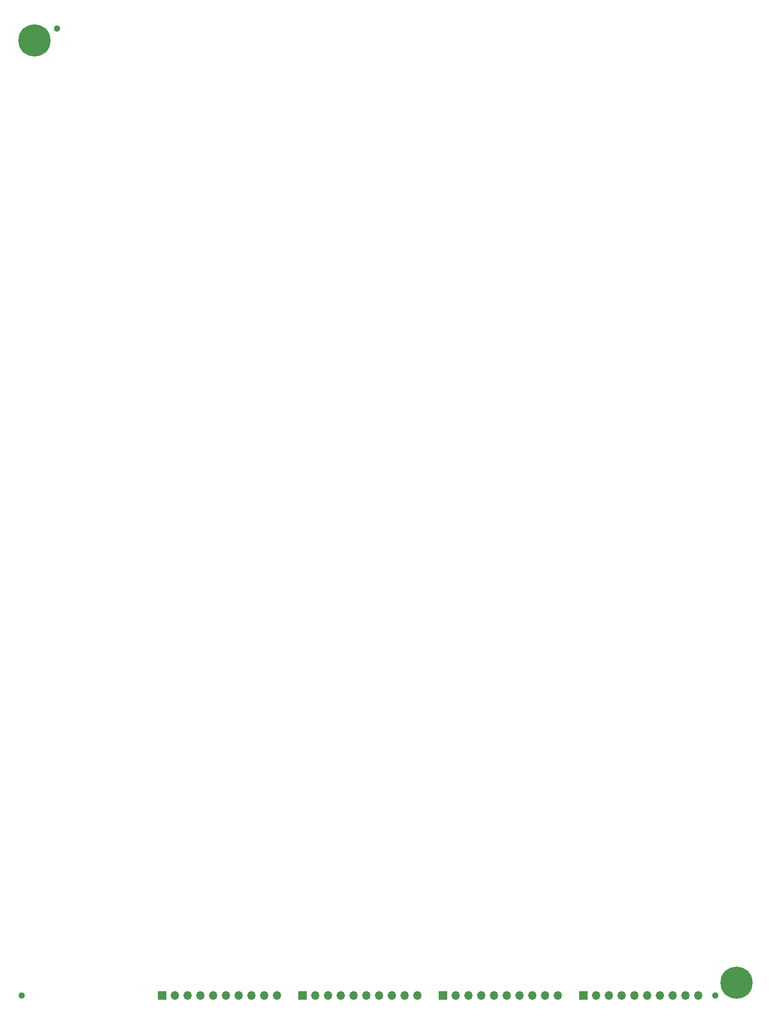
<source format=gbr>
%TF.GenerationSoftware,KiCad,Pcbnew,(5.1.10)-1*%
%TF.CreationDate,2022-02-07T00:04:58+01:00*%
%TF.ProjectId,Engine,456e6769-6e65-42e6-9b69-6361645f7063,v1.0*%
%TF.SameCoordinates,Original*%
%TF.FileFunction,Soldermask,Bot*%
%TF.FilePolarity,Negative*%
%FSLAX46Y46*%
G04 Gerber Fmt 4.6, Leading zero omitted, Abs format (unit mm)*
G04 Created by KiCad (PCBNEW (5.1.10)-1) date 2022-02-07 00:04:58*
%MOMM*%
%LPD*%
G01*
G04 APERTURE LIST*
%ADD10C,1.300000*%
%ADD11O,1.700000X1.700000*%
%ADD12R,1.700000X1.700000*%
%ADD13C,0.800000*%
%ADD14C,6.400000*%
G04 APERTURE END LIST*
D10*
%TO.C,H5*%
X24750000Y1750000D03*
%TD*%
%TO.C,H4*%
X17750000Y-190500000D03*
%TD*%
%TO.C,H3*%
X155750000Y-190500000D03*
%TD*%
D11*
%TO.C,J5*%
X152400000Y-190500000D03*
X149860000Y-190500000D03*
X147320000Y-190500000D03*
X144780000Y-190500000D03*
X142240000Y-190500000D03*
X139700000Y-190500000D03*
X137160000Y-190500000D03*
X134620000Y-190500000D03*
X132080000Y-190500000D03*
D12*
X129540000Y-190500000D03*
%TD*%
D11*
%TO.C,J4*%
X124460000Y-190500000D03*
X121920000Y-190500000D03*
X119380000Y-190500000D03*
X116840000Y-190500000D03*
X114300000Y-190500000D03*
X111760000Y-190500000D03*
X109220000Y-190500000D03*
X106680000Y-190500000D03*
X104140000Y-190500000D03*
D12*
X101600000Y-190500000D03*
%TD*%
D11*
%TO.C,J3*%
X96520000Y-190500000D03*
X93980000Y-190500000D03*
X91440000Y-190500000D03*
X88900000Y-190500000D03*
X86360000Y-190500000D03*
X83820000Y-190500000D03*
X81280000Y-190500000D03*
X78740000Y-190500000D03*
X76200000Y-190500000D03*
D12*
X73660000Y-190500000D03*
%TD*%
D11*
%TO.C,J1*%
X68580000Y-190500000D03*
X66040000Y-190500000D03*
X63500000Y-190500000D03*
X60960000Y-190500000D03*
X58420000Y-190500000D03*
X55880000Y-190500000D03*
X53340000Y-190500000D03*
X50800000Y-190500000D03*
X48260000Y-190500000D03*
D12*
X45720000Y-190500000D03*
%TD*%
D13*
%TO.C,H2*%
X22017056Y1062056D03*
X20320000Y1765000D03*
X18622944Y1062056D03*
X17920000Y-635000D03*
X18622944Y-2332056D03*
X20320000Y-3035000D03*
X22017056Y-2332056D03*
X22720000Y-635000D03*
D14*
X20320000Y-635000D03*
%TD*%
D13*
%TO.C,H1*%
X161717056Y-186262944D03*
X160020000Y-185560000D03*
X158322944Y-186262944D03*
X157620000Y-187960000D03*
X158322944Y-189657056D03*
X160020000Y-190360000D03*
X161717056Y-189657056D03*
X162420000Y-187960000D03*
D14*
X160020000Y-187960000D03*
%TD*%
M02*

</source>
